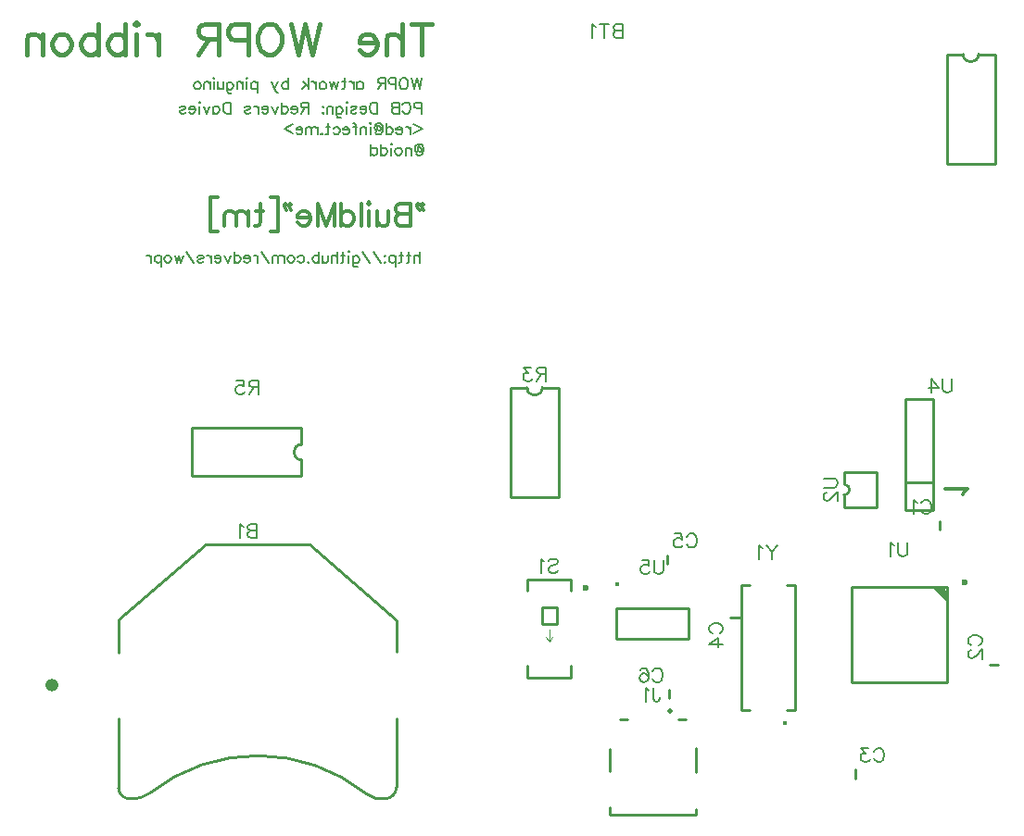
<source format=gbo>
G04 DipTrace 2.3.1.0*
%INwopr.gbo*%
%MOIN*%
%ADD10C,0.0098*%
%ADD15O,0.0473X0.0472*%
%ADD24C,0.0197*%
%ADD29C,0.0039*%
%ADD30C,0.0236*%
%ADD36C,0.0154*%
%ADD85C,0.0077*%
%ADD86C,0.017*%
%ADD87C,0.0062*%
%ADD88C,0.0124*%
%FSLAX44Y44*%
G04*
G70*
G90*
G75*
G01*
%LNBotSilk*%
%LPD*%
X4066Y3635D2*
D10*
Y1135D1*
X14067Y3615D2*
Y1143D1*
Y1124D2*
G02X13689Y731I-410J17D01*
G01*
X13678D2*
G02X13000Y896I-148J867D01*
G01*
D15*
X1670Y4815D3*
X5196Y931D2*
D10*
G02X13004Y896I3882J-4904D01*
G01*
X4555Y723D2*
G02X4066Y1115I-51J438D01*
G01*
X4457Y723D2*
G03X5209Y935I85J1136D01*
G01*
X4066Y7177D2*
X7195Y9893D1*
X7196D2*
X10956D1*
X4066Y5996D2*
Y7174D1*
X10956Y9893D2*
X14066Y7157D1*
X14067Y6036D2*
Y7155D1*
X33627Y10406D2*
Y10721D1*
X35405Y5564D2*
X35720D1*
X30564Y1782D2*
Y1468D1*
X26403Y7240D2*
X26088D1*
X23824Y9504D2*
Y9189D1*
X23863Y4346D2*
Y4661D1*
X24828Y154D2*
X21757D1*
X24828D2*
Y350D1*
Y1689D2*
Y2555D1*
X24473Y3579D2*
X24198D1*
X22387D2*
X22111D1*
X21757Y2516D2*
Y1728D1*
Y429D2*
Y154D1*
D24*
X23922Y3894D3*
X19909Y15531D2*
D10*
Y11594D1*
X18177Y15531D2*
Y11594D1*
X19909D2*
X18177D1*
X19909Y15531D2*
X19319D1*
X18768D2*
X18177D1*
X19319D2*
G02X18768Y15531I-276J1D01*
G01*
X35597Y27531D2*
Y23594D1*
X33865Y27531D2*
Y23594D1*
X35597D2*
X33865D1*
X35597Y27531D2*
X35007D1*
X34455D2*
X33865D1*
X35007D2*
G02X34455Y27531I-276J1D01*
G01*
X10656Y12341D2*
X6719D1*
X10656Y14073D2*
X6719D1*
Y12341D2*
Y14073D1*
X10656Y12341D2*
Y12931D1*
Y13482D2*
Y14073D1*
Y12931D2*
G02X10656Y13482I1J276D01*
G01*
X19847Y7614D2*
X19296D1*
Y7023D1*
X19847D1*
Y7614D1*
X20359Y8638D2*
X18784D1*
Y8205D1*
X20359D2*
Y8638D1*
Y5527D2*
Y5094D1*
X18784D1*
Y5527D1*
X19572Y6827D2*
D29*
Y6394D1*
X19690Y6551D1*
X19572Y6394D2*
X19454Y6551D1*
D30*
X20871Y8323D3*
X33863Y8342D2*
D10*
X30438D1*
Y4918D1*
X33863D1*
Y8342D1*
D30*
X34513Y8520D3*
G36*
X33855Y8327D2*
X33482Y8319D1*
X33855Y8327D1*
G37*
G36*
X33804Y8362D2*
X33332D1*
X33883Y7811D1*
X33804Y8362D1*
G37*
X30168Y12488D2*
D10*
X31349D1*
X30168Y11228D2*
X31349D1*
Y12488D2*
Y11228D1*
X30168Y12488D2*
Y12055D1*
Y11661D2*
Y11228D1*
Y12055D2*
G02X30168Y11661I0J-197D01*
G01*
X33378Y11126D2*
X32378D1*
Y15126D1*
X33378D1*
Y11126D1*
Y12126D2*
X32378D1*
D36*
X22004Y8467D3*
X21993Y7575D2*
D10*
X24591D1*
X21993Y6472D2*
X24591D1*
Y7575D2*
Y6472D1*
X21993Y7575D2*
Y6472D1*
D36*
X28053Y3447D3*
X28107Y3938D2*
D10*
X28402D1*
X26473Y8427D2*
X26768D1*
X26473Y3938D2*
Y8427D1*
Y3938D2*
X26768D1*
X28107Y8427D2*
X28402D1*
Y3938D2*
Y8427D1*
X9059Y10625D2*
D85*
Y10122D1*
X8843D1*
X8771Y10147D1*
X8747Y10171D1*
X8724Y10218D1*
Y10290D1*
X8747Y10338D1*
X8771Y10362D1*
X8843Y10386D1*
X8771Y10410D1*
X8747Y10434D1*
X8724Y10481D1*
Y10529D1*
X8747Y10577D1*
X8771Y10601D1*
X8843Y10625D1*
X9059D1*
Y10386D2*
X8843D1*
X8569Y10529D2*
X8521Y10553D1*
X8449Y10624D1*
Y10122D1*
X22207Y28619D2*
Y28117D1*
X21991D1*
X21919Y28141D1*
X21896Y28165D1*
X21872Y28213D1*
Y28285D1*
X21896Y28333D1*
X21919Y28356D1*
X21991Y28380D1*
X21919Y28404D1*
X21896Y28428D1*
X21872Y28476D1*
Y28524D1*
X21896Y28571D1*
X21919Y28596D1*
X21991Y28619D1*
X22207D1*
Y28380D2*
X21991D1*
X21550Y28619D2*
Y28117D1*
X21718Y28619D2*
X21383D1*
X21228Y28523D2*
X21180Y28548D1*
X21108Y28619D1*
Y28117D1*
X32955Y11373D2*
X32979Y11421D1*
X33027Y11469D1*
X33075Y11493D1*
X33170D1*
X33218Y11469D1*
X33266Y11421D1*
X33290Y11373D1*
X33314Y11301D1*
Y11182D1*
X33290Y11110D1*
X33266Y11062D1*
X33218Y11015D1*
X33170Y10990D1*
X33075D1*
X33027Y11015D1*
X32979Y11062D1*
X32955Y11110D1*
X32801Y11397D2*
X32753Y11421D1*
X32681Y11492D1*
Y10990D1*
X34753Y6259D2*
X34705Y6283D1*
X34657Y6331D1*
X34633Y6378D1*
Y6474D1*
X34657Y6522D1*
X34705Y6570D1*
X34753Y6594D1*
X34825Y6618D1*
X34945D1*
X35016Y6594D1*
X35064Y6570D1*
X35111Y6522D1*
X35136Y6474D1*
Y6378D1*
X35111Y6331D1*
X35064Y6283D1*
X35016Y6259D1*
X34753Y6080D2*
X34730D1*
X34681Y6056D1*
X34658Y6033D1*
X34634Y5985D1*
Y5889D1*
X34658Y5842D1*
X34681Y5818D1*
X34730Y5793D1*
X34777D1*
X34825Y5818D1*
X34896Y5865D1*
X35136Y6105D1*
Y5770D1*
X31259Y2435D2*
X31283Y2482D1*
X31331Y2530D1*
X31378Y2554D1*
X31474D1*
X31522Y2530D1*
X31570Y2482D1*
X31594Y2435D1*
X31618Y2363D1*
Y2243D1*
X31594Y2172D1*
X31570Y2124D1*
X31522Y2076D1*
X31474Y2052D1*
X31378D1*
X31331Y2076D1*
X31283Y2124D1*
X31259Y2172D1*
X31056Y2554D2*
X30794D1*
X30937Y2362D1*
X30865D1*
X30818Y2339D1*
X30794Y2315D1*
X30770Y2243D1*
Y2195D1*
X30794Y2124D1*
X30841Y2075D1*
X30913Y2052D1*
X30985D1*
X31056Y2075D1*
X31080Y2100D1*
X31105Y2147D1*
X25435Y6687D2*
X25388Y6711D1*
X25340Y6759D1*
X25316Y6807D1*
Y6902D1*
X25340Y6950D1*
X25388Y6998D1*
X25435Y7022D1*
X25507Y7046D1*
X25627D1*
X25698Y7022D1*
X25747Y6998D1*
X25794Y6950D1*
X25818Y6902D1*
Y6807D1*
X25794Y6759D1*
X25747Y6711D1*
X25698Y6687D1*
X25818Y6293D2*
X25317D1*
X25651Y6533D1*
Y6174D1*
X24519Y10156D2*
X24543Y10204D1*
X24591Y10252D1*
X24639Y10276D1*
X24734D1*
X24782Y10252D1*
X24830Y10204D1*
X24854Y10156D1*
X24878Y10084D1*
Y9964D1*
X24854Y9893D1*
X24830Y9845D1*
X24782Y9797D1*
X24734Y9773D1*
X24639D1*
X24591Y9797D1*
X24543Y9845D1*
X24519Y9893D1*
X24078Y10275D2*
X24317D1*
X24341Y10060D1*
X24317Y10084D1*
X24245Y10108D1*
X24174D1*
X24102Y10084D1*
X24054Y10036D1*
X24030Y9964D1*
Y9917D1*
X24054Y9845D1*
X24102Y9797D1*
X24174Y9773D1*
X24245D1*
X24317Y9797D1*
X24341Y9821D1*
X24365Y9869D1*
X23287Y5314D2*
X23310Y5361D1*
X23359Y5409D1*
X23406Y5433D1*
X23502D1*
X23550Y5409D1*
X23597Y5361D1*
X23622Y5314D1*
X23645Y5242D1*
Y5122D1*
X23622Y5051D1*
X23597Y5002D1*
X23550Y4955D1*
X23502Y4931D1*
X23406D1*
X23359Y4955D1*
X23310Y5002D1*
X23287Y5051D1*
X22845Y5361D2*
X22869Y5409D1*
X22941Y5432D1*
X22989D1*
X23060Y5409D1*
X23109Y5337D1*
X23132Y5217D1*
Y5098D1*
X23109Y5002D1*
X23060Y4954D1*
X22989Y4931D1*
X22965D1*
X22894Y4954D1*
X22845Y5002D1*
X22822Y5074D1*
Y5098D1*
X22845Y5170D1*
X22894Y5217D1*
X22965Y5241D1*
X22989D1*
X23060Y5217D1*
X23109Y5170D1*
X23132Y5098D1*
X23310Y4724D2*
Y4342D1*
X23334Y4270D1*
X23358Y4246D1*
X23405Y4222D1*
X23454D1*
X23501Y4246D1*
X23525Y4270D1*
X23549Y4342D1*
Y4389D1*
X23155Y4628D2*
X23107Y4653D1*
X23036Y4724D1*
Y4222D1*
X19455Y16024D2*
X19240D1*
X19169Y16048D1*
X19144Y16072D1*
X19121Y16119D1*
Y16167D1*
X19144Y16215D1*
X19169Y16239D1*
X19240Y16263D1*
X19455D1*
Y15761D1*
X19288Y16024D2*
X19121Y15761D1*
X18918Y16263D2*
X18655D1*
X18799Y16071D1*
X18727D1*
X18679Y16048D1*
X18655Y16024D1*
X18631Y15952D1*
Y15904D1*
X18655Y15833D1*
X18703Y15784D1*
X18775Y15761D1*
X18847D1*
X18918Y15784D1*
X18942Y15809D1*
X18966Y15856D1*
X9100Y15550D2*
X8885D1*
X8813Y15574D1*
X8788Y15598D1*
X8765Y15646D1*
Y15694D1*
X8788Y15741D1*
X8813Y15766D1*
X8885Y15789D1*
X9100D1*
Y15287D1*
X8932Y15550D2*
X8765Y15287D1*
X8323Y15789D2*
X8562D1*
X8586Y15574D1*
X8562Y15598D1*
X8490Y15622D1*
X8419D1*
X8347Y15598D1*
X8299Y15550D1*
X8275Y15478D1*
Y15431D1*
X8299Y15359D1*
X8347Y15311D1*
X8419Y15287D1*
X8490D1*
X8562Y15311D1*
X8586Y15335D1*
X8610Y15383D1*
X19542Y9298D2*
X19589Y9346D1*
X19661Y9370D1*
X19757D1*
X19828Y9346D1*
X19876Y9298D1*
Y9251D1*
X19852Y9203D1*
X19828Y9179D1*
X19781Y9155D1*
X19637Y9107D1*
X19589Y9083D1*
X19565Y9059D1*
X19542Y9011D1*
Y8939D1*
X19589Y8892D1*
X19661Y8868D1*
X19757D1*
X19828Y8892D1*
X19876Y8939D1*
X19387Y9274D2*
X19339Y9298D1*
X19267Y9369D1*
Y8868D1*
X32455Y9961D2*
Y9602D1*
X32431Y9530D1*
X32383Y9482D1*
X32312Y9458D1*
X32264D1*
X32192Y9482D1*
X32144Y9530D1*
X32120Y9602D1*
Y9961D1*
X31966Y9864D2*
X31918Y9889D1*
X31846Y9960D1*
Y9458D1*
X29436Y12270D2*
X29795D1*
X29867Y12247D1*
X29914Y12199D1*
X29938Y12127D1*
Y12079D1*
X29914Y12007D1*
X29867Y11959D1*
X29795Y11935D1*
X29436D1*
X29556Y11757D2*
X29532D1*
X29484Y11733D1*
X29460Y11709D1*
X29437Y11661D1*
Y11566D1*
X29460Y11518D1*
X29484Y11494D1*
X29532Y11470D1*
X29580D1*
X29628Y11494D1*
X29699Y11542D1*
X29938Y11781D1*
Y11446D1*
X34052Y15858D2*
Y15500D1*
X34029Y15428D1*
X33981Y15380D1*
X33909Y15356D1*
X33861D1*
X33789Y15380D1*
X33741Y15428D1*
X33718Y15500D1*
Y15858D1*
X33324Y15356D2*
Y15858D1*
X33563Y15524D1*
X33204D1*
X23671Y9321D2*
Y8962D1*
X23647Y8890D1*
X23599Y8843D1*
X23527Y8818D1*
X23480D1*
X23408Y8843D1*
X23360Y8890D1*
X23336Y8962D1*
Y9321D1*
X22895Y9320D2*
X23134D1*
X23157Y9105D1*
X23134Y9129D1*
X23062Y9153D1*
X22991D1*
X22919Y9129D1*
X22871Y9081D1*
X22847Y9010D1*
Y8962D1*
X22871Y8890D1*
X22919Y8842D1*
X22991Y8818D1*
X23062D1*
X23134Y8842D1*
X23157Y8866D1*
X23182Y8914D1*
X27766Y9868D2*
X27575Y9628D1*
Y9365D1*
X27383Y9868D2*
X27575Y9628D1*
X27229Y9771D2*
X27181Y9796D1*
X27109Y9867D1*
Y9365D1*
X14987Y28629D2*
D86*
Y27524D1*
X15356Y28629D2*
X14619D1*
X14279D2*
Y27524D1*
Y28050D2*
X14121Y28208D1*
X14015Y28261D1*
X13857D1*
X13753Y28208D1*
X13700Y28050D1*
Y27524D1*
X13361Y27945D2*
X12730D1*
Y28050D1*
X12782Y28156D1*
X12834Y28208D1*
X12940Y28261D1*
X13098D1*
X13203Y28208D1*
X13308Y28103D1*
X13361Y27945D1*
Y27840D1*
X13308Y27682D1*
X13203Y27577D1*
X13098Y27524D1*
X12940D1*
X12834Y27577D1*
X12730Y27682D1*
X11321Y28629D2*
X11057Y27524D1*
X10794Y28629D1*
X10532Y27524D1*
X10268Y28629D1*
X9612D2*
X9718Y28577D1*
X9822Y28471D1*
X9876Y28367D1*
X9928Y28208D1*
Y27945D1*
X9876Y27788D1*
X9822Y27682D1*
X9718Y27577D1*
X9612Y27524D1*
X9402D1*
X9297Y27577D1*
X9191Y27682D1*
X9139Y27788D1*
X9087Y27945D1*
Y28208D1*
X9139Y28367D1*
X9191Y28471D1*
X9297Y28577D1*
X9402Y28629D1*
X9612D1*
X8747Y28050D2*
X8273D1*
X8116Y28103D1*
X8062Y28156D1*
X8010Y28261D1*
Y28419D1*
X8062Y28523D1*
X8116Y28577D1*
X8273Y28629D1*
X8747D1*
Y27524D1*
X7670Y28103D2*
X7197D1*
X7039Y28156D1*
X6986Y28208D1*
X6934Y28313D1*
Y28419D1*
X6986Y28523D1*
X7039Y28577D1*
X7197Y28629D1*
X7670D1*
Y27524D1*
X7302Y28103D2*
X6934Y27524D1*
X5525Y28261D2*
Y27524D1*
Y27945D2*
X5471Y28103D1*
X5367Y28208D1*
X5261Y28261D1*
X5103D1*
X4763Y28629D2*
X4711Y28577D1*
X4657Y28629D1*
X4711Y28683D1*
X4763Y28629D1*
X4711Y28261D2*
Y27524D1*
X4318Y28629D2*
Y27524D1*
Y28103D2*
X4212Y28208D1*
X4107Y28261D1*
X3949D1*
X3845Y28208D1*
X3739Y28103D1*
X3687Y27945D1*
Y27840D1*
X3739Y27682D1*
X3845Y27577D1*
X3949Y27524D1*
X4107D1*
X4212Y27577D1*
X4318Y27682D1*
X3347Y28629D2*
Y27524D1*
Y28103D2*
X3241Y28208D1*
X3137Y28261D1*
X2979D1*
X2874Y28208D1*
X2768Y28103D1*
X2716Y27945D1*
Y27840D1*
X2768Y27682D1*
X2874Y27577D1*
X2979Y27524D1*
X3137D1*
X3241Y27577D1*
X3347Y27682D1*
X2114Y28261D2*
X2218Y28208D1*
X2324Y28103D1*
X2376Y27945D1*
Y27840D1*
X2324Y27682D1*
X2218Y27577D1*
X2114Y27524D1*
X1956D1*
X1850Y27577D1*
X1745Y27682D1*
X1692Y27840D1*
Y27945D1*
X1745Y28103D1*
X1850Y28208D1*
X1956Y28261D1*
X2114D1*
X1352D2*
Y27524D1*
Y28050D2*
X1194Y28208D1*
X1088Y28261D1*
X931D1*
X826Y28208D1*
X773Y28050D1*
Y27524D1*
X14993Y26679D2*
D87*
X14897Y26277D1*
X14801Y26679D1*
X14706Y26277D1*
X14610Y26679D1*
X14371D2*
X14410Y26660D1*
X14448Y26621D1*
X14467Y26583D1*
X14486Y26526D1*
Y26430D1*
X14467Y26373D1*
X14448Y26334D1*
X14410Y26296D1*
X14371Y26277D1*
X14295D1*
X14257Y26296D1*
X14218Y26334D1*
X14199Y26373D1*
X14180Y26430D1*
Y26526D1*
X14199Y26583D1*
X14218Y26621D1*
X14257Y26660D1*
X14295Y26679D1*
X14371D1*
X14057Y26468D2*
X13884D1*
X13827Y26487D1*
X13808Y26507D1*
X13789Y26545D1*
Y26602D1*
X13808Y26640D1*
X13827Y26660D1*
X13884Y26679D1*
X14057D1*
Y26277D1*
X13665Y26487D2*
X13493D1*
X13436Y26507D1*
X13417Y26526D1*
X13398Y26564D1*
Y26602D1*
X13417Y26640D1*
X13436Y26660D1*
X13493Y26679D1*
X13665D1*
Y26277D1*
X13531Y26487D2*
X13398Y26277D1*
X12656Y26545D2*
Y26277D1*
Y26487D2*
X12694Y26526D1*
X12732Y26545D1*
X12789D1*
X12828Y26526D1*
X12866Y26487D1*
X12885Y26430D1*
Y26392D1*
X12866Y26334D1*
X12828Y26296D1*
X12789Y26277D1*
X12732D1*
X12694Y26296D1*
X12656Y26334D1*
X12532Y26545D2*
Y26277D1*
Y26430D2*
X12513Y26487D1*
X12475Y26526D1*
X12436Y26545D1*
X12379D1*
X12198Y26679D2*
Y26353D1*
X12179Y26296D1*
X12140Y26277D1*
X12102D1*
X12255Y26545D2*
X12121D1*
X11979D2*
X11902Y26277D1*
X11826Y26545D1*
X11749Y26277D1*
X11673Y26545D1*
X11454D2*
X11492Y26526D1*
X11530Y26487D1*
X11549Y26430D1*
Y26392D1*
X11530Y26334D1*
X11492Y26296D1*
X11454Y26277D1*
X11396D1*
X11358Y26296D1*
X11320Y26334D1*
X11300Y26392D1*
Y26430D1*
X11320Y26487D1*
X11358Y26526D1*
X11396Y26545D1*
X11454D1*
X11177D2*
Y26277D1*
Y26430D2*
X11157Y26487D1*
X11119Y26526D1*
X11081Y26545D1*
X11023D1*
X10900Y26679D2*
Y26277D1*
X10708Y26545D2*
X10900Y26353D1*
X10823Y26430D2*
X10689Y26277D1*
X10177Y26679D2*
Y26277D1*
Y26487D2*
X10139Y26526D1*
X10101Y26545D1*
X10043D1*
X10005Y26526D1*
X9967Y26487D1*
X9948Y26430D1*
Y26392D1*
X9967Y26334D1*
X10005Y26296D1*
X10043Y26277D1*
X10101D1*
X10139Y26296D1*
X10177Y26334D1*
X9805Y26545D2*
X9690Y26277D1*
X9728Y26200D1*
X9767Y26162D1*
X9805Y26143D1*
X9824D1*
X9575Y26545D2*
X9690Y26277D1*
X9063Y26545D2*
Y26143D1*
Y26487D2*
X9024Y26525D1*
X8986Y26545D1*
X8929D1*
X8890Y26525D1*
X8852Y26487D1*
X8833Y26430D1*
Y26391D1*
X8852Y26334D1*
X8890Y26296D1*
X8929Y26277D1*
X8986D1*
X9024Y26296D1*
X9063Y26334D1*
X8709Y26679D2*
X8690Y26660D1*
X8671Y26679D1*
X8690Y26698D1*
X8709Y26679D1*
X8690Y26545D2*
Y26277D1*
X8547Y26545D2*
Y26277D1*
Y26468D2*
X8490Y26526D1*
X8451Y26545D1*
X8394D1*
X8356Y26526D1*
X8337Y26468D1*
Y26277D1*
X7984Y26526D2*
Y26219D1*
X8003Y26162D1*
X8022Y26143D1*
X8060Y26124D1*
X8118D1*
X8156Y26143D1*
X7984Y26468D2*
X8022Y26506D1*
X8060Y26526D1*
X8118D1*
X8156Y26506D1*
X8194Y26468D1*
X8213Y26411D1*
Y26372D1*
X8194Y26315D1*
X8156Y26277D1*
X8118Y26258D1*
X8060D1*
X8022Y26277D1*
X7984Y26315D1*
X7860Y26545D2*
Y26353D1*
X7841Y26296D1*
X7803Y26277D1*
X7746D1*
X7707Y26296D1*
X7650Y26353D1*
Y26545D2*
Y26277D1*
X7526Y26679D2*
X7507Y26660D1*
X7488Y26679D1*
X7507Y26698D1*
X7526Y26679D1*
X7507Y26545D2*
Y26277D1*
X7365Y26545D2*
Y26277D1*
Y26468D2*
X7307Y26526D1*
X7269Y26545D1*
X7212D1*
X7173Y26526D1*
X7154Y26468D1*
Y26277D1*
X6935Y26545D2*
X6973Y26526D1*
X7012Y26487D1*
X7031Y26430D1*
Y26392D1*
X7012Y26334D1*
X6973Y26296D1*
X6935Y26277D1*
X6878D1*
X6839Y26296D1*
X6801Y26334D1*
X6782Y26392D1*
Y26430D1*
X6801Y26487D1*
X6839Y26526D1*
X6878Y26545D1*
X6935D1*
X14968Y25593D2*
X14796D1*
X14738Y25612D1*
X14719Y25632D1*
X14700Y25670D1*
Y25727D1*
X14719Y25765D1*
X14738Y25785D1*
X14796Y25804D1*
X14968D1*
Y25402D1*
X14290Y25708D2*
X14309Y25746D1*
X14347Y25785D1*
X14385Y25804D1*
X14462D1*
X14500Y25785D1*
X14538Y25746D1*
X14557Y25708D1*
X14577Y25651D1*
Y25555D1*
X14557Y25498D1*
X14538Y25459D1*
X14500Y25421D1*
X14462Y25402D1*
X14385D1*
X14347Y25421D1*
X14309Y25459D1*
X14290Y25498D1*
X14166Y25804D2*
Y25402D1*
X13994D1*
X13936Y25421D1*
X13917Y25440D1*
X13898Y25478D1*
Y25536D1*
X13917Y25574D1*
X13936Y25593D1*
X13994Y25612D1*
X13936Y25632D1*
X13917Y25651D1*
X13898Y25689D1*
Y25727D1*
X13917Y25765D1*
X13936Y25785D1*
X13994Y25804D1*
X14166D1*
Y25612D2*
X13994D1*
X13386Y25804D2*
Y25402D1*
X13252D1*
X13194Y25421D1*
X13156Y25459D1*
X13137Y25498D1*
X13118Y25555D1*
Y25651D1*
X13137Y25708D1*
X13156Y25746D1*
X13194Y25785D1*
X13252Y25804D1*
X13386D1*
X12994Y25555D2*
X12765D1*
Y25593D1*
X12784Y25632D1*
X12803Y25651D1*
X12841Y25670D1*
X12899D1*
X12937Y25651D1*
X12975Y25612D1*
X12994Y25555D1*
Y25517D1*
X12975Y25459D1*
X12937Y25421D1*
X12899Y25402D1*
X12841D1*
X12803Y25421D1*
X12765Y25459D1*
X12431Y25612D2*
X12450Y25651D1*
X12507Y25670D1*
X12565D1*
X12622Y25651D1*
X12641Y25612D1*
X12622Y25574D1*
X12584Y25555D1*
X12488Y25536D1*
X12450Y25517D1*
X12431Y25478D1*
Y25459D1*
X12450Y25421D1*
X12507Y25402D1*
X12565D1*
X12622Y25421D1*
X12641Y25459D1*
X12307Y25804D2*
X12288Y25785D1*
X12269Y25804D1*
X12288Y25823D1*
X12307Y25804D1*
X12288Y25670D2*
Y25402D1*
X11916Y25651D2*
Y25344D1*
X11935Y25287D1*
X11954Y25268D1*
X11992Y25249D1*
X12050D1*
X12088Y25268D1*
X11916Y25593D2*
X11954Y25631D1*
X11992Y25651D1*
X12050D1*
X12088Y25631D1*
X12126Y25593D1*
X12145Y25536D1*
Y25497D1*
X12126Y25440D1*
X12088Y25402D1*
X12050Y25383D1*
X11992D1*
X11954Y25402D1*
X11916Y25440D1*
X11792Y25670D2*
Y25402D1*
Y25593D2*
X11735Y25651D1*
X11696Y25670D1*
X11639D1*
X11601Y25651D1*
X11582Y25593D1*
Y25402D1*
X11439Y25670D2*
X11458Y25650D1*
X11439Y25631D1*
X11420Y25650D1*
X11439Y25670D1*
Y25440D2*
X11458Y25421D1*
X11439Y25402D1*
X11420Y25421D1*
X11439Y25440D1*
X10908Y25612D2*
X10736D1*
X10678Y25632D1*
X10659Y25651D1*
X10640Y25689D1*
Y25727D1*
X10659Y25765D1*
X10678Y25785D1*
X10736Y25804D1*
X10908D1*
Y25402D1*
X10774Y25612D2*
X10640Y25402D1*
X10516Y25555D2*
X10287D1*
Y25593D1*
X10306Y25632D1*
X10325Y25651D1*
X10363Y25670D1*
X10421D1*
X10459Y25651D1*
X10497Y25612D1*
X10516Y25555D1*
Y25517D1*
X10497Y25459D1*
X10459Y25421D1*
X10421Y25402D1*
X10363D1*
X10325Y25421D1*
X10287Y25459D1*
X9934Y25804D2*
Y25402D1*
Y25612D2*
X9972Y25651D1*
X10010Y25670D1*
X10068D1*
X10106Y25651D1*
X10144Y25612D1*
X10163Y25555D1*
Y25517D1*
X10144Y25459D1*
X10106Y25421D1*
X10068Y25402D1*
X10010D1*
X9972Y25421D1*
X9934Y25459D1*
X9810Y25670D2*
X9695Y25402D1*
X9581Y25670D1*
X9457Y25555D2*
X9228D1*
Y25593D1*
X9247Y25632D1*
X9266Y25651D1*
X9304Y25670D1*
X9362D1*
X9400Y25651D1*
X9438Y25612D1*
X9457Y25555D1*
Y25517D1*
X9438Y25459D1*
X9400Y25421D1*
X9362Y25402D1*
X9304D1*
X9266Y25421D1*
X9228Y25459D1*
X9104Y25670D2*
Y25402D1*
Y25555D2*
X9085Y25612D1*
X9047Y25651D1*
X9008Y25670D1*
X8951D1*
X8617Y25612D2*
X8636Y25651D1*
X8693Y25670D1*
X8751D1*
X8808Y25651D1*
X8827Y25612D1*
X8808Y25574D1*
X8770Y25555D1*
X8674Y25536D1*
X8636Y25517D1*
X8617Y25478D1*
Y25459D1*
X8636Y25421D1*
X8693Y25402D1*
X8751D1*
X8808Y25421D1*
X8827Y25459D1*
X8104Y25804D2*
Y25402D1*
X7970D1*
X7913Y25421D1*
X7875Y25459D1*
X7855Y25498D1*
X7836Y25555D1*
Y25651D1*
X7855Y25708D1*
X7875Y25746D1*
X7913Y25785D1*
X7970Y25804D1*
X8104D1*
X7483Y25670D2*
Y25402D1*
Y25612D2*
X7522Y25651D1*
X7560Y25670D1*
X7617D1*
X7655Y25651D1*
X7694Y25612D1*
X7713Y25555D1*
Y25517D1*
X7694Y25459D1*
X7655Y25421D1*
X7617Y25402D1*
X7560D1*
X7522Y25421D1*
X7483Y25459D1*
X7360Y25670D2*
X7245Y25402D1*
X7130Y25670D1*
X7007Y25804D2*
X6988Y25785D1*
X6969Y25804D1*
X6988Y25823D1*
X7007Y25804D1*
X6988Y25670D2*
Y25402D1*
X6845Y25555D2*
X6616D1*
Y25593D1*
X6635Y25632D1*
X6654Y25651D1*
X6692Y25670D1*
X6749D1*
X6788Y25651D1*
X6826Y25612D1*
X6845Y25555D1*
Y25517D1*
X6826Y25459D1*
X6788Y25421D1*
X6749Y25402D1*
X6692D1*
X6654Y25421D1*
X6616Y25459D1*
X6282Y25612D2*
X6301Y25651D1*
X6358Y25670D1*
X6416D1*
X6473Y25651D1*
X6492Y25612D1*
X6473Y25574D1*
X6435Y25555D1*
X6339Y25536D1*
X6301Y25517D1*
X6282Y25478D1*
Y25459D1*
X6301Y25421D1*
X6358Y25402D1*
X6416D1*
X6473Y25421D1*
X6492Y25459D1*
X14690Y25025D2*
X14996Y24852D1*
X14690Y24680D1*
X14566Y24920D2*
Y24652D1*
Y24805D2*
X14547Y24862D1*
X14509Y24901D1*
X14470Y24920D1*
X14413D1*
X14289Y24805D2*
X14060D1*
Y24843D1*
X14079Y24882D1*
X14098Y24901D1*
X14136Y24920D1*
X14194D1*
X14232Y24901D1*
X14270Y24862D1*
X14289Y24805D1*
Y24767D1*
X14270Y24709D1*
X14232Y24671D1*
X14194Y24652D1*
X14136D1*
X14098Y24671D1*
X14060Y24709D1*
X13707Y25054D2*
Y24652D1*
Y24862D2*
X13745Y24901D1*
X13783Y24920D1*
X13841D1*
X13879Y24901D1*
X13917Y24862D1*
X13936Y24805D1*
Y24767D1*
X13917Y24709D1*
X13879Y24671D1*
X13841Y24652D1*
X13783D1*
X13745Y24671D1*
X13707Y24709D1*
X13373Y24958D2*
X13430D1*
X13468Y24939D1*
X13488Y24920D1*
X13507Y24881D1*
Y24805D1*
X13488Y24786D1*
X13449D1*
X13373Y24805D1*
X13354Y24767D1*
X13335D1*
X13296Y24805D1*
X13277Y24900D1*
X13296Y24958D1*
X13315Y24996D1*
X13354Y25034D1*
X13392Y25053D1*
X13468D1*
X13507Y25034D1*
X13545Y24996D1*
X13564Y24958D1*
X13583Y24900D1*
Y24805D1*
X13564Y24747D1*
X13545Y24709D1*
X13507Y24671D1*
X13468Y24652D1*
X13392D1*
X13354Y24671D1*
X13315Y24709D1*
X13373Y24977D2*
Y24805D1*
X13154Y25054D2*
X13135Y25035D1*
X13115Y25054D1*
X13135Y25073D1*
X13154Y25054D1*
X13135Y24920D2*
Y24652D1*
X12992Y24920D2*
Y24652D1*
Y24843D2*
X12934Y24901D1*
X12896Y24920D1*
X12839D1*
X12800Y24901D1*
X12781Y24843D1*
Y24652D1*
X12505Y25054D2*
X12543D1*
X12581Y25035D1*
X12600Y24977D1*
Y24652D1*
X12658Y24920D2*
X12524D1*
X12381Y24805D2*
X12152D1*
Y24843D1*
X12171Y24882D1*
X12190Y24901D1*
X12228Y24920D1*
X12286D1*
X12324Y24901D1*
X12362Y24862D1*
X12381Y24805D1*
Y24767D1*
X12362Y24709D1*
X12324Y24671D1*
X12286Y24652D1*
X12228D1*
X12190Y24671D1*
X12152Y24709D1*
X11799Y24862D2*
X11837Y24901D1*
X11875Y24920D1*
X11932D1*
X11971Y24901D1*
X12009Y24862D1*
X12028Y24805D1*
Y24767D1*
X12009Y24709D1*
X11971Y24671D1*
X11932Y24652D1*
X11875D1*
X11837Y24671D1*
X11799Y24709D1*
X11618Y25054D2*
Y24728D1*
X11599Y24671D1*
X11560Y24652D1*
X11522D1*
X11675Y24920D2*
X11541D1*
X11379Y24690D2*
X11399Y24671D1*
X11379Y24652D1*
X11360Y24671D1*
X11379Y24690D1*
X11237Y24920D2*
Y24652D1*
Y24843D2*
X11179Y24901D1*
X11141Y24920D1*
X11084D1*
X11045Y24901D1*
X11026Y24843D1*
Y24652D1*
Y24843D2*
X10969Y24901D1*
X10930Y24920D1*
X10873D1*
X10835Y24901D1*
X10815Y24843D1*
Y24652D1*
X10692Y24805D2*
X10462D1*
Y24843D1*
X10481Y24882D1*
X10500Y24901D1*
X10539Y24920D1*
X10596D1*
X10634Y24901D1*
X10673Y24862D1*
X10692Y24805D1*
Y24767D1*
X10673Y24709D1*
X10634Y24671D1*
X10596Y24652D1*
X10539D1*
X10500Y24671D1*
X10462Y24709D1*
X10339Y25025D2*
X10033Y24852D1*
X10339Y24680D1*
X15009Y22090D2*
D88*
X15048Y22129D1*
X15009Y22167D1*
X14971Y22129D1*
Y22052D1*
X15009Y21976D1*
X15048Y21937D1*
X14856Y22090D2*
X14895Y22129D1*
X14856Y22167D1*
X14818Y22129D1*
Y22052D1*
X14856Y21976D1*
X14895Y21937D1*
X14571Y22168D2*
Y21364D1*
X14226D1*
X14111Y21403D1*
X14073Y21441D1*
X14035Y21517D1*
Y21632D1*
X14073Y21709D1*
X14111Y21747D1*
X14226Y21785D1*
X14111Y21824D1*
X14073Y21862D1*
X14035Y21938D1*
Y22015D1*
X14073Y22091D1*
X14111Y22130D1*
X14226Y22168D1*
X14571D1*
Y21785D2*
X14226D1*
X13788Y21900D2*
Y21517D1*
X13750Y21403D1*
X13673Y21364D1*
X13558D1*
X13482Y21403D1*
X13367Y21517D1*
Y21900D2*
Y21364D1*
X13120Y22168D2*
X13082Y22130D1*
X13043Y22168D1*
X13082Y22207D1*
X13120Y22168D1*
X13082Y21900D2*
Y21364D1*
X12796Y22168D2*
Y21364D1*
X12090Y22168D2*
Y21364D1*
Y21785D2*
X12166Y21862D1*
X12243Y21900D1*
X12358D1*
X12434Y21862D1*
X12511Y21785D1*
X12549Y21670D1*
Y21594D1*
X12511Y21479D1*
X12434Y21403D1*
X12358Y21364D1*
X12243D1*
X12166Y21403D1*
X12090Y21479D1*
X11231Y21364D2*
Y22168D1*
X11537Y21364D1*
X11843Y22168D1*
Y21364D1*
X10984Y21670D2*
X10525D1*
Y21747D1*
X10563Y21824D1*
X10601Y21862D1*
X10678Y21900D1*
X10793D1*
X10869Y21862D1*
X10946Y21785D1*
X10984Y21670D1*
Y21594D1*
X10946Y21479D1*
X10869Y21403D1*
X10793Y21364D1*
X10678D1*
X10601Y21403D1*
X10525Y21479D1*
X10240Y22090D2*
X10278Y22129D1*
X10240Y22167D1*
X10201Y22129D1*
Y22052D1*
X10240Y21976D1*
X10278Y21937D1*
X10087Y22090D2*
X10125Y22129D1*
X10087Y22167D1*
X10048Y22129D1*
Y22052D1*
X10087Y21976D1*
X10125Y21937D1*
X9534Y22377D2*
X9801D1*
Y21153D1*
X9534D1*
X9172Y22168D2*
Y21517D1*
X9134Y21403D1*
X9057Y21364D1*
X8981D1*
X9286Y21900D2*
X9019D1*
X8733D2*
Y21364D1*
Y21747D2*
X8619Y21862D1*
X8542Y21900D1*
X8428D1*
X8351Y21862D1*
X8313Y21747D1*
Y21364D1*
Y21747D2*
X8198Y21862D1*
X8121Y21900D1*
X8007D1*
X7930Y21862D1*
X7891Y21747D1*
Y21364D1*
X7644Y22377D2*
X7376D1*
Y21153D1*
X7644D1*
X14916Y20429D2*
D87*
Y20027D1*
Y20219D2*
X14858Y20276D1*
X14820Y20295D1*
X14763D1*
X14725Y20276D1*
X14706Y20219D1*
Y20027D1*
X14525Y20429D2*
Y20104D1*
X14505Y20047D1*
X14467Y20027D1*
X14429D1*
X14582Y20295D2*
X14448D1*
X14248Y20429D2*
Y20104D1*
X14229Y20047D1*
X14191Y20027D1*
X14153D1*
X14305Y20295D2*
X14172D1*
X14029D2*
Y19893D1*
Y20238D2*
X13991Y20276D1*
X13952Y20295D1*
X13895D1*
X13857Y20276D1*
X13819Y20238D1*
X13799Y20180D1*
Y20142D1*
X13819Y20085D1*
X13857Y20046D1*
X13895Y20027D1*
X13952D1*
X13991Y20046D1*
X14029Y20085D1*
X13656Y20295D2*
X13676Y20276D1*
X13656Y20257D1*
X13637Y20276D1*
X13656Y20295D1*
Y20066D2*
X13676Y20046D1*
X13656Y20027D1*
X13637Y20046D1*
X13656Y20066D1*
X13514Y20027D2*
X13246Y20429D1*
X13122Y20027D2*
X12854Y20429D1*
X12501Y20276D2*
Y19970D1*
X12520Y19913D1*
X12539Y19893D1*
X12578Y19874D1*
X12635D1*
X12673Y19893D1*
X12501Y20219D2*
X12539Y20257D1*
X12578Y20276D1*
X12635D1*
X12673Y20257D1*
X12712Y20219D1*
X12731Y20161D1*
Y20123D1*
X12712Y20066D1*
X12673Y20027D1*
X12635Y20008D1*
X12578D1*
X12539Y20027D1*
X12501Y20066D1*
X12378Y20429D2*
X12359Y20410D1*
X12339Y20429D1*
X12359Y20448D1*
X12378Y20429D1*
X12359Y20295D2*
Y20027D1*
X12158Y20429D2*
Y20104D1*
X12139Y20047D1*
X12101Y20027D1*
X12063D1*
X12216Y20295D2*
X12082D1*
X11939Y20429D2*
Y20027D1*
Y20219D2*
X11882Y20276D1*
X11843Y20295D1*
X11786D1*
X11748Y20276D1*
X11729Y20219D1*
Y20027D1*
X11605Y20295D2*
Y20104D1*
X11586Y20047D1*
X11548Y20027D1*
X11490D1*
X11452Y20047D1*
X11395Y20104D1*
Y20295D2*
Y20027D1*
X11271Y20429D2*
Y20027D1*
Y20238D2*
X11233Y20276D1*
X11195Y20295D1*
X11137D1*
X11099Y20276D1*
X11061Y20238D1*
X11042Y20180D1*
Y20142D1*
X11061Y20085D1*
X11099Y20047D1*
X11137Y20027D1*
X11195D1*
X11233Y20047D1*
X11271Y20085D1*
X10899Y20066D2*
X10918Y20046D1*
X10899Y20027D1*
X10880Y20046D1*
X10899Y20066D1*
X10526Y20238D2*
X10565Y20276D1*
X10603Y20295D1*
X10660D1*
X10699Y20276D1*
X10737Y20238D1*
X10756Y20180D1*
Y20142D1*
X10737Y20085D1*
X10699Y20047D1*
X10660Y20027D1*
X10603D1*
X10565Y20047D1*
X10526Y20085D1*
X10307Y20295D2*
X10345Y20276D1*
X10384Y20238D1*
X10403Y20180D1*
Y20142D1*
X10384Y20085D1*
X10345Y20047D1*
X10307Y20027D1*
X10250D1*
X10211Y20047D1*
X10173Y20085D1*
X10154Y20142D1*
Y20180D1*
X10173Y20238D1*
X10211Y20276D1*
X10250Y20295D1*
X10307D1*
X10030D2*
Y20027D1*
Y20219D2*
X9973Y20276D1*
X9934Y20295D1*
X9877D1*
X9839Y20276D1*
X9820Y20219D1*
Y20027D1*
Y20219D2*
X9762Y20276D1*
X9724Y20295D1*
X9667D1*
X9628Y20276D1*
X9609Y20219D1*
Y20027D1*
X9485D2*
X9218Y20429D1*
X9094Y20295D2*
Y20027D1*
Y20180D2*
X9075Y20238D1*
X9037Y20276D1*
X8998Y20295D1*
X8941D1*
X8817Y20180D2*
X8588D1*
Y20219D1*
X8607Y20257D1*
X8626Y20276D1*
X8664Y20295D1*
X8722D1*
X8760Y20276D1*
X8798Y20238D1*
X8817Y20180D1*
Y20142D1*
X8798Y20085D1*
X8760Y20047D1*
X8722Y20027D1*
X8664D1*
X8626Y20047D1*
X8588Y20085D1*
X8235Y20429D2*
Y20027D1*
Y20238D2*
X8273Y20276D1*
X8311Y20295D1*
X8369D1*
X8407Y20276D1*
X8445Y20238D1*
X8464Y20180D1*
Y20142D1*
X8445Y20085D1*
X8407Y20047D1*
X8369Y20027D1*
X8311D1*
X8273Y20047D1*
X8235Y20085D1*
X8111Y20295D2*
X7996Y20027D1*
X7882Y20295D1*
X7758Y20180D2*
X7529D1*
Y20219D1*
X7548Y20257D1*
X7567Y20276D1*
X7605Y20295D1*
X7663D1*
X7701Y20276D1*
X7739Y20238D1*
X7758Y20180D1*
Y20142D1*
X7739Y20085D1*
X7701Y20047D1*
X7663Y20027D1*
X7605D1*
X7567Y20047D1*
X7529Y20085D1*
X7405Y20295D2*
Y20027D1*
Y20180D2*
X7386Y20238D1*
X7348Y20276D1*
X7309Y20295D1*
X7252D1*
X6918Y20238D2*
X6937Y20276D1*
X6994Y20295D1*
X7052D1*
X7109Y20276D1*
X7128Y20238D1*
X7109Y20200D1*
X7071Y20180D1*
X6975Y20161D1*
X6937Y20142D1*
X6918Y20104D1*
Y20085D1*
X6937Y20047D1*
X6994Y20027D1*
X7052D1*
X7109Y20047D1*
X7128Y20085D1*
X6794Y20027D2*
X6526Y20429D1*
X6403Y20295D2*
X6326Y20027D1*
X6250Y20295D1*
X6173Y20027D1*
X6097Y20295D1*
X5878D2*
X5916Y20276D1*
X5954Y20238D1*
X5973Y20180D1*
Y20142D1*
X5954Y20085D1*
X5916Y20047D1*
X5878Y20027D1*
X5820D1*
X5782Y20047D1*
X5744Y20085D1*
X5724Y20142D1*
Y20180D1*
X5744Y20238D1*
X5782Y20276D1*
X5820Y20295D1*
X5878D1*
X5601D2*
Y19893D1*
Y20238D2*
X5562Y20276D1*
X5524Y20295D1*
X5467D1*
X5428Y20276D1*
X5390Y20238D1*
X5371Y20180D1*
Y20142D1*
X5390Y20085D1*
X5428Y20046D1*
X5467Y20027D1*
X5524D1*
X5562Y20046D1*
X5601Y20085D1*
X5247Y20295D2*
Y20027D1*
Y20180D2*
X5228Y20238D1*
X5190Y20276D1*
X5151Y20295D1*
X5094D1*
X14828Y24208D2*
X14885D1*
X14923Y24189D1*
X14943Y24170D1*
X14962Y24132D1*
Y24055D1*
X14943Y24036D1*
X14904D1*
X14828Y24055D1*
X14809Y24017D1*
X14790D1*
X14751Y24055D1*
X14732Y24151D1*
X14751Y24208D1*
X14770Y24247D1*
X14809Y24285D1*
X14847Y24304D1*
X14923D1*
X14962Y24285D1*
X15000Y24247D1*
X15019Y24208D1*
X15038Y24151D1*
Y24055D1*
X15019Y23998D1*
X15000Y23960D1*
X14962Y23921D1*
X14923Y23902D1*
X14847D1*
X14809Y23921D1*
X14770Y23960D1*
X14828Y24227D2*
Y24055D1*
X14609Y24170D2*
Y23902D1*
Y24094D2*
X14551Y24151D1*
X14513Y24170D1*
X14456D1*
X14417Y24151D1*
X14398Y24094D1*
Y23902D1*
X14179Y24170D2*
X14217Y24151D1*
X14256Y24113D1*
X14275Y24055D1*
Y24017D1*
X14256Y23960D1*
X14217Y23922D1*
X14179Y23902D1*
X14122D1*
X14083Y23922D1*
X14045Y23960D1*
X14026Y24017D1*
Y24055D1*
X14045Y24113D1*
X14083Y24151D1*
X14122Y24170D1*
X14179D1*
X13902Y24304D2*
X13883Y24285D1*
X13864Y24304D1*
X13883Y24324D1*
X13902Y24304D1*
X13883Y24170D2*
Y23902D1*
X13511Y24304D2*
Y23902D1*
Y24113D2*
X13549Y24151D1*
X13587Y24170D1*
X13645D1*
X13683Y24151D1*
X13721Y24113D1*
X13740Y24055D1*
Y24017D1*
X13721Y23960D1*
X13683Y23922D1*
X13645Y23902D1*
X13587D1*
X13549Y23922D1*
X13511Y23960D1*
X13158Y24304D2*
Y23902D1*
Y24113D2*
X13196Y24151D1*
X13234Y24170D1*
X13292D1*
X13330Y24151D1*
X13368Y24113D1*
X13387Y24055D1*
Y24017D1*
X13368Y23960D1*
X13330Y23922D1*
X13292Y23902D1*
X13234D1*
X13196Y23922D1*
X13158Y23960D1*
X34453Y11688D2*
D88*
X34492Y11765D1*
X34606Y11880D1*
X33803D1*
M02*

</source>
